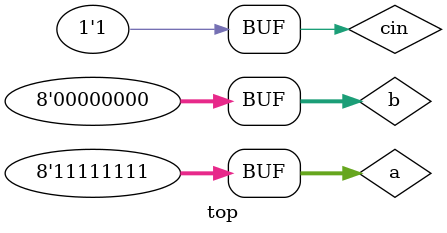
<source format=v>
module top;
    reg  [7:0] a , b;
    reg  cin;
    wire [7:0] s;
    wire cout;

    full_adder_8bit F(a , b , cin , s , cout);

    initial 
    begin
        #100{a , b , cin} = 17'b0;
	#100{a , b , cin} = 17'b11111111000000001;
	#100;
// max delay is : 96
    end

endmodule

</source>
